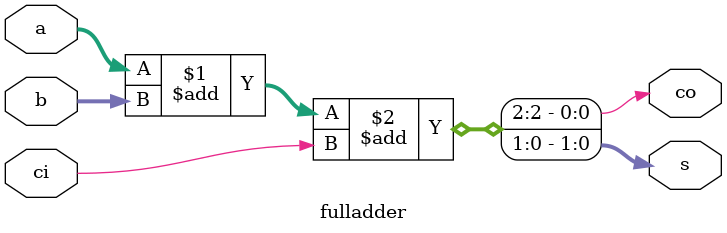
<source format=v>
module fulladder #(
    parameter WIDTH = 2
) (
    input [WIDTH-1:0] a,
    input [WIDTH-1:0] b,
    input ci,

    output [WIDTH-1:0] s,
    output co
);

    assign {co, s} = a + b + ci;

    //assign s = (a^b)^ci;
    //assign co = (a & b) | (b & ci) | (a & ci);

endmodule

</source>
